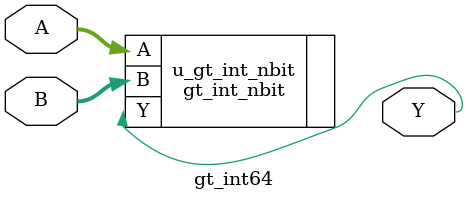
<source format=v>

module gt_int64 #(
    parameter WIDTH = 64
)(
    input [WIDTH-1:0] A,
    input [WIDTH-1:0] B,
    output Y
);

    gt_int_nbit #(
        .WIDTH(WIDTH)
    ) u_gt_int_nbit (
        .A(A),
        .B(B),
        .Y(Y)
    );

endmodule
</source>
